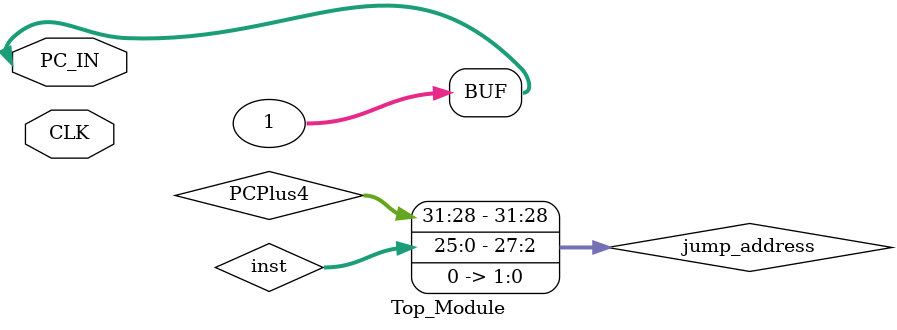
<source format=v>
module Top_Module(CLK,PC_IN);
input CLK;
input [31:0] PC_IN;
wire [31:0] PC_IN ;//= 32'h00000001; // inst == (op(31:26), A1(25:21), A2(20:16), A3(15:11), SignExtend(15:0), funct(5:0))
//32'b000000 10001 00011   01010   01000    100000:
//32'b OP     A1   A2|A3  A3    SignExtend  funct
//32'b 6 bits   5 bits  5 bits   5 bits    5+5+6 bits     6 bits
assign PC_IN = 32'h00000001;
wire [31:0] PC_OUT,PCPlus4,PCBranch;

wire [31:0] inst;

wire [2:0] ALUControl;

wire  MemWrite, Branch, ALUSrc, RegWrite,jump;
wire [1:0]  RegDst,Memtoreg;

wire [4:0] WriteReg;

wire [31:0] WriteData, ReadingData1, ReadingData2,WriteData_final ;

wire [31:0] Signlmm,SrcB;
wire [31:0] ALU_Out;
wire CarryOut,zeroflag;

wire [31:0] jump_address;
wire [31:0] PC_Behind_jump;

//wire PCSrc;

MAIN_CLK a1(.CLK(CLK),.PC_IN(PC_IN), .PC_OUT(PC_OUT));

InstructionMemory a2 (.PC(PC_OUT),.inst(inst));

RegisterFile  a3 (.ReadingReg1(inst[25:21]), .ReadingReg2(inst[20:16]), .WriteReg(WriteReg), .WriteData(WriteData_final), .ReadingData1(ReadingData1), .ReadingData2(ReadingData2), .WriteEnable(RegWrite), .CLK(CLK));

controller a4 (.op(inst[31:26]), .funct(inst[5:0]), .Memtoreg(Memtoreg), .MemWrite(MemWrite), .Branch(Branch), .ALUControl(ALUControl), .ALUSrc(ALUSrc), .RegDst(RegDst), .RegWrite(RegWrite),.jump(jump));
//Controller_Main_Decoder c1 (.op(inst[31:26]), .Memtoreg(Memtoreg), .MemWrite(MemWrite), .Branch(Branch), .ALUSrc(ALUSrc), .RegDst(RegDst), .RegWrite(RegWrite), .ALUOP(ALUOP),.jump(jump));
//Controller_ALU_Decoder c2 (.funct(inst[5:0]), .ALUOP(ALUOP), .ALUControl(ALUControl));

Mux_2bits_sel M1 (.Data_in_0(inst[20:16]) , .Data_in_1(inst[15:11]) , .Data_in_2(5'b11111) , .sel(RegDst) , .Data_out(WriteReg));
//mux  M1 ( .Data_in_0(inst[20:16]) , .Data_in_1(inst[15:11]) , .sel(RegDst) , .Data_out(WriteReg) );

SignExtend a5(.in(inst[15:0]), .out(Signlmm));

mux32bit M2( .Data_in_0(ReadingData2) , .Data_in_1(Signlmm) , .sel(ALUSrc) , .Data_out(SrcB));

ALU a6( .SrcA(ReadingData1) , .SrcB(SrcB) , .ALUControl(ALUControl) , .ALU_Out(ALU_Out) , .CarryOut(CarryOut) , .zeroflag(zeroflag) );

DataMemory a7(.Address(ALU_Out) , .WriteData(ReadingData2) , .ReadData(WriteData) , .WriteEnable(MemWrite) , .CLK(CLK) );


Mux_2bits_sel_32bit M6(.Data_in_0(ALU_Out) , .Data_in_1(WriteData), .Data_in_2(PCPlus4),.sel(Memtoreg),.Data_out(WriteData_final));
//mux32bit M3( .Data_in_0(ALU_Out) , .Data_in_1(WriteData) , .sel(Memtoreg) , .Data_out(WriteData_final));

Adder add1 ( .a(PC_OUT) , .b(0+3'b100) , .sum(PCPlus4) );

Adder add2 ( .a(Signlmm <<2) , .b(PCPlus4) , .sum(PCBranch) );

//assign PCSrs = zeroflag & Branch;

mux32bit M4( .Data_in_0(PCPlus4) , .Data_in_1(PCBranch) , .sel(zeroflag & Branch) , .Data_out(PC_Behind_jump));

assign jump_address = {PCPlus4[31:28],inst[25:0],2'b00};

mux32bit M5( .Data_in_0(PC_Behind_jump) , .Data_in_1(jump_address) , .sel(jump) , .Data_out(PC_IN));


endmodule

</source>
